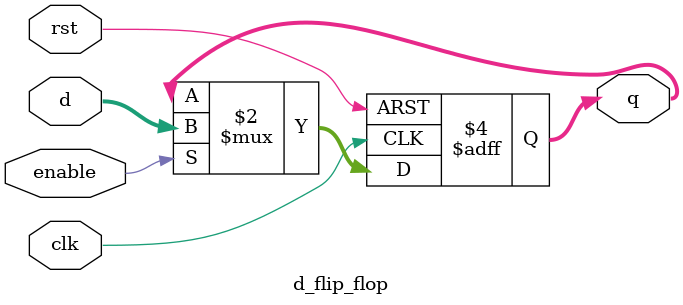
<source format=v>
`timescale 1ns / 1ps
module d_flip_flop(
    input clk, rst , enable ,          
    input [3:0] d,        // valores del teclado y contador 
    output reg [3:0] q         // salida a los leds de la FPGA
);
    always @(posedge clk or posedge rst) begin
        if (rst) begin
            q <= 4'b0000;      // Reset output to 0
        end 
        else if (enable) begin
            q <= d;            // output los valores cuando están guardados
        end
    end
endmodule

</source>
